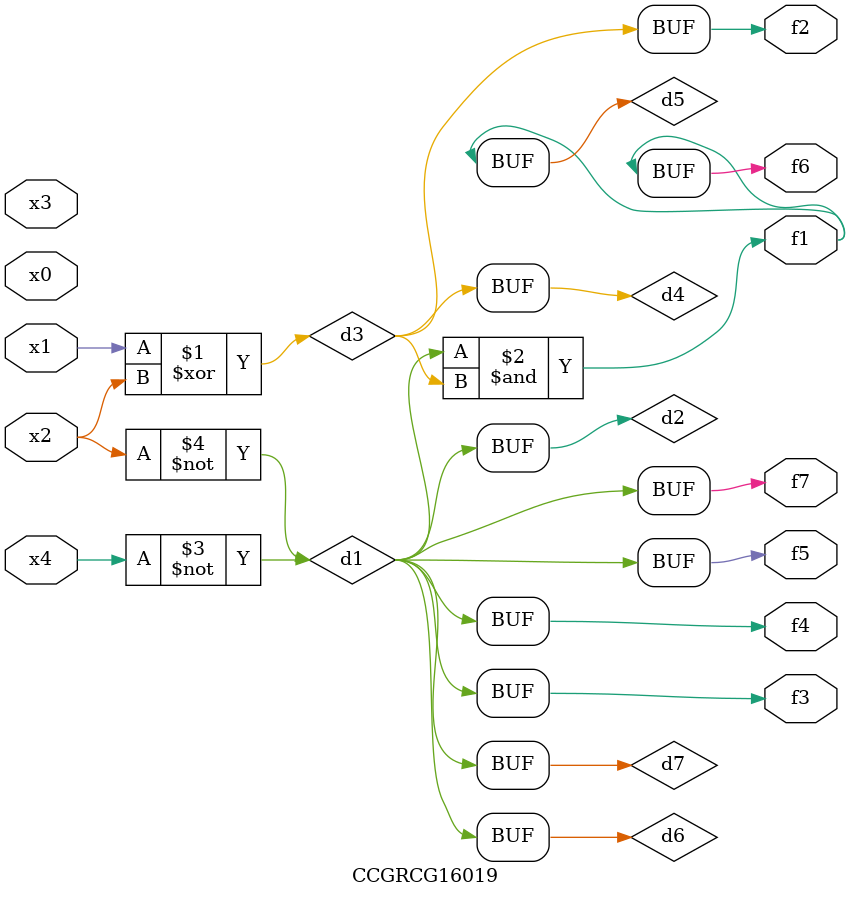
<source format=v>
module CCGRCG16019(
	input x0, x1, x2, x3, x4,
	output f1, f2, f3, f4, f5, f6, f7
);

	wire d1, d2, d3, d4, d5, d6, d7;

	not (d1, x4);
	not (d2, x2);
	xor (d3, x1, x2);
	buf (d4, d3);
	and (d5, d1, d3);
	buf (d6, d1, d2);
	buf (d7, d2);
	assign f1 = d5;
	assign f2 = d4;
	assign f3 = d7;
	assign f4 = d7;
	assign f5 = d7;
	assign f6 = d5;
	assign f7 = d7;
endmodule

</source>
